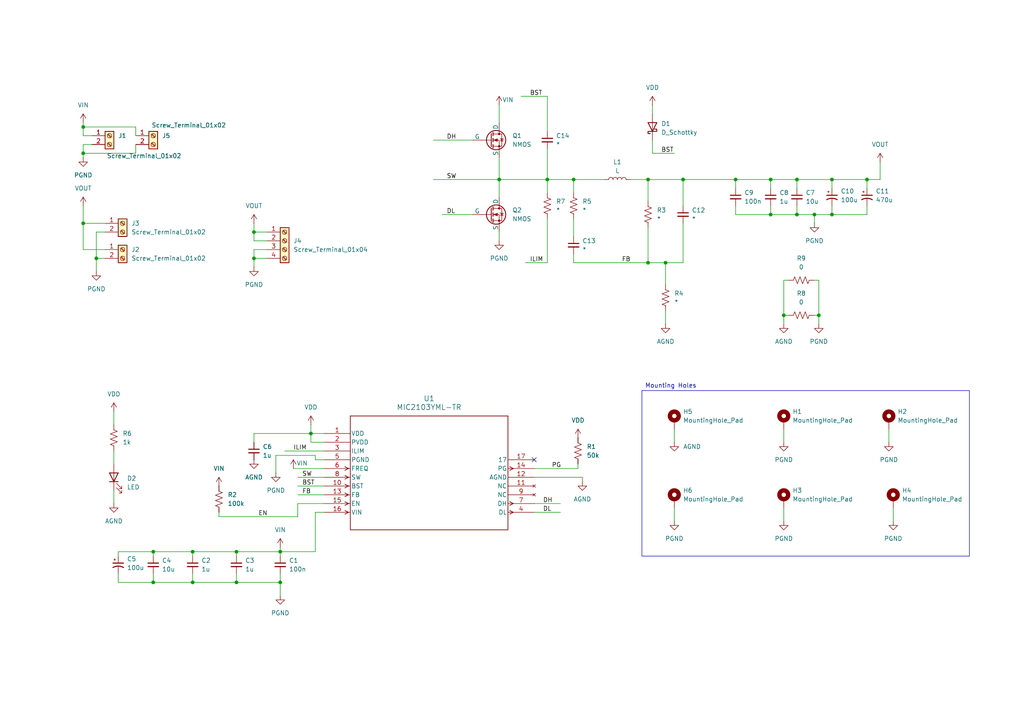
<source format=kicad_sch>
(kicad_sch (version 20250114) (generator "eeschema") (generator_version "9.0")
  (paper "A4")
  (lib_symbols
    (symbol "Connector:Screw_Terminal_01x02" (pin_names (offset 1.016) (hide yes))
      (property "Reference" "J" (at 0 2.54 0))
      (property "Value" "Screw_Terminal_01x02" (at 0 -5.08 0))
      (symbol "Screw_Terminal_01x02_1_1"
        (rectangle (start -1.27 1.27) (end 1.27 -3.81) (stroke (width 0.254)) (fill (type background)))
        (polyline (pts (xy -0.5334 0.3302) (xy 0.3302 -0.508)) (stroke (width 0.1524)))
        (polyline (pts (xy -0.5334 -2.2098) (xy 0.3302 -3.048)) (stroke (width 0.1524)))
        (polyline (pts (xy -0.3556 0.508) (xy 0.508 -0.3302)) (stroke (width 0.1524)))
        (polyline (pts (xy -0.3556 -2.032) (xy 0.508 -2.8702)) (stroke (width 0.1524)))
        (circle (center 0 0) (radius 0.635) (stroke (width 0.1524)))
        (circle (center 0 -2.54) (radius 0.635) (stroke (width 0.1524)))
        (pin passive line (at -5.08 0 0) (length 3.81) (name "Pin_1") (number "1"))
        (pin passive line (at -5.08 -2.54 0) (length 3.81) (name "Pin_2") (number "2"))
      )
    )
    (symbol "Connector:Screw_Terminal_01x04" (pin_names (offset 1.016) (hide yes))
      (property "Reference" "J" (at 0 5.08 0))
      (property "Value" "Screw_Terminal_01x04" (at 0 -7.62 0))
      (symbol "Screw_Terminal_01x04_1_1"
        (rectangle (start -1.27 3.81) (end 1.27 -6.35) (stroke (width 0.254)) (fill (type background)))
        (polyline (pts (xy -0.5334 2.8702) (xy 0.3302 2.032)) (stroke (width 0.1524)))
        (polyline (pts (xy -0.5334 0.3302) (xy 0.3302 -0.508)) (stroke (width 0.1524)))
        (polyline (pts (xy -0.5334 -2.2098) (xy 0.3302 -3.048)) (stroke (width 0.1524)))
        (polyline (pts (xy -0.5334 -4.7498) (xy 0.3302 -5.588)) (stroke (width 0.1524)))
        (polyline (pts (xy -0.3556 3.048) (xy 0.508 2.2098)) (stroke (width 0.1524)))
        (polyline (pts (xy -0.3556 0.508) (xy 0.508 -0.3302)) (stroke (width 0.1524)))
        (polyline (pts (xy -0.3556 -2.032) (xy 0.508 -2.8702)) (stroke (width 0.1524)))
        (polyline (pts (xy -0.3556 -4.572) (xy 0.508 -5.4102)) (stroke (width 0.1524)))
        (circle (center 0 2.54) (radius 0.635) (stroke (width 0.1524)))
        (circle (center 0 0) (radius 0.635) (stroke (width 0.1524)))
        (circle (center 0 -2.54) (radius 0.635) (stroke (width 0.1524)))
        (circle (center 0 -5.08) (radius 0.635) (stroke (width 0.1524)))
        (pin passive line (at -5.08 2.54 0) (length 3.81) (name "Pin_1") (number "1"))
        (pin passive line (at -5.08 0 0) (length 3.81) (name "Pin_2") (number "2"))
        (pin passive line (at -5.08 -2.54 0) (length 3.81) (name "Pin_3") (number "3"))
        (pin passive line (at -5.08 -5.08 0) (length 3.81) (name "Pin_4") (number "4"))
      )
    )
    (symbol "Device:C_Polarized_Small_US" (pin_numbers (hide yes)) (pin_names (offset 0.254) (hide yes))
      (property "Reference" "C" (at 0.254 1.778 0))
      (property "Value" "C_Polarized_Small_US" (at 0.254 -2.032 0))
      (symbol "C_Polarized_Small_US_0_1"
        (polyline (pts (xy -1.524 0.508) (xy 1.524 0.508)) (stroke (width 0.3048)))
        (polyline (pts (xy -1.27 1.524) (xy -0.762 1.524)))
        (polyline (pts (xy -1.016 1.27) (xy -1.016 1.778)))
        (arc (start -1.524 -0.762) (mid 0 -0.3734) (end 1.524 -0.762) (stroke (width 0.3048)))
      )
      (symbol "C_Polarized_Small_US_1_1"
        (pin passive line (at 0 2.54 270) (length 2.032) (name "~") (number "1"))
        (pin passive line (at 0 -2.54 90) (length 2.032) (name "~") (number "2"))
      )
    )
    (symbol "Device:C_Small" (pin_numbers (hide yes)) (pin_names (offset 0.254) (hide yes))
      (property "Reference" "C" (at 0.254 1.778 0))
      (property "Value" "C_Small" (at 0.254 -2.032 0))
      (symbol "C_Small_0_1"
        (polyline (pts (xy -1.524 0.508) (xy 1.524 0.508)) (stroke (width 0.3048)))
        (polyline (pts (xy -1.524 -0.508) (xy 1.524 -0.508)) (stroke (width 0.3302)))
      )
      (symbol "C_Small_1_1"
        (pin passive line (at 0 2.54 270) (length 2.032) (name "~") (number "1"))
        (pin passive line (at 0 -2.54 90) (length 2.032) (name "~") (number "2"))
      )
    )
    (symbol "Device:D_Schottky" (pin_numbers (hide yes)) (pin_names (offset 1.016) (hide yes))
      (property "Reference" "D" (at 0 2.54 0))
      (property "Value" "D_Schottky" (at 0 -2.54 0))
      (symbol "D_Schottky_0_1"
        (polyline (pts (xy -1.905 0.635) (xy -1.905 1.27) (xy -1.27 1.27) (xy -1.27 -1.27) (xy -0.635 -1.27) (xy -0.635 -0.635)) (stroke (width 0.254)))
        (polyline (pts (xy 1.27 1.27) (xy 1.27 -1.27) (xy -1.27 0) (xy 1.27 1.27)) (stroke (width 0.254)))
        (polyline (pts (xy 1.27 0) (xy -1.27 0)))
      )
      (symbol "D_Schottky_1_1"
        (pin passive line (at -3.81 0 0) (length 2.54) (name "K") (number "1"))
        (pin passive line (at 3.81 0 180) (length 2.54) (name "A") (number "2"))
      )
    )
    (symbol "Device:L" (pin_numbers (hide yes)) (pin_names (offset 1.016) (hide yes))
      (property "Reference" "L" (at -1.27 0 90))
      (property "Value" "L" (at 1.905 0 90))
      (symbol "L_0_1"
        (arc (start 0 2.54) (mid 0.6323 1.905) (end 0 1.27))
        (arc (start 0 1.27) (mid 0.6323 0.635) (end 0 0))
        (arc (start 0 0) (mid 0.6323 -0.635) (end 0 -1.27))
        (arc (start 0 -1.27) (mid 0.6323 -1.905) (end 0 -2.54))
      )
      (symbol "L_1_1"
        (pin passive line (at 0 3.81 270) (length 1.27) (name "1") (number "1"))
        (pin passive line (at 0 -3.81 90) (length 1.27) (name "2") (number "2"))
      )
    )
    (symbol "Device:LED" (pin_numbers (hide yes)) (pin_names (offset 1.016) (hide yes))
      (property "Reference" "D" (at 0 2.54 0))
      (property "Value" "LED" (at 0 -2.54 0))
      (symbol "LED_0_1"
        (polyline (pts (xy -3.048 -0.762) (xy -4.572 -2.286) (xy -3.81 -2.286) (xy -4.572 -2.286) (xy -4.572 -1.524)))
        (polyline (pts (xy -1.778 -0.762) (xy -3.302 -2.286) (xy -2.54 -2.286) (xy -3.302 -2.286) (xy -3.302 -1.524)))
        (polyline (pts (xy -1.27 0) (xy 1.27 0)))
        (polyline (pts (xy -1.27 -1.27) (xy -1.27 1.27)) (stroke (width 0.254)))
        (polyline (pts (xy 1.27 -1.27) (xy 1.27 1.27) (xy -1.27 0) (xy 1.27 -1.27)) (stroke (width 0.254)))
      )
      (symbol "LED_1_1"
        (pin passive line (at -3.81 0 0) (length 2.54) (name "K") (number "1"))
        (pin passive line (at 3.81 0 180) (length 2.54) (name "A") (number "2"))
      )
    )
    (symbol "Device:R_US" (pin_numbers (hide yes)) (pin_names (offset 0))
      (property "Reference" "R" (at 2.54 0 90))
      (property "Value" "R_US" (at -2.54 0 90))
      (symbol "R_US_0_1"
        (polyline (pts (xy 0 2.286) (xy 0 2.54)))
        (polyline (pts (xy 0 2.286) (xy 1.016 1.905) (xy 0 1.524) (xy -1.016 1.143) (xy 0 0.762)))
        (polyline (pts (xy 0 0.762) (xy 1.016 0.381) (xy 0 0) (xy -1.016 -0.381) (xy 0 -0.762)))
        (polyline (pts (xy 0 -0.762) (xy 1.016 -1.143) (xy 0 -1.524) (xy -1.016 -1.905) (xy 0 -2.286)))
        (polyline (pts (xy 0 -2.286) (xy 0 -2.54)))
      )
      (symbol "R_US_1_1"
        (pin passive line (at 0 3.81 270) (length 1.27) (name "~") (number "1"))
        (pin passive line (at 0 -3.81 90) (length 1.27) (name "~") (number "2"))
      )
    )
    (symbol "MIC2103YML-TR:MIC2103YML-TR" (pin_names (offset 0.254))
      (property "Reference" "U" (at 30.48 10.16 0))
      (property "Value" "MIC2103YML-TR" (at 30.48 7.62 0))
      (symbol "MIC2103YML-TR_0_1"
        (polyline (pts (xy 7.0993 -10.16) (xy 6.0579 -9.6393)) (stroke (width 0.2032)))
        (polyline (pts (xy 7.0993 -10.16) (xy 6.0579 -10.6807)) (stroke (width 0.2032)))
        (polyline (pts (xy 7.0993 -12.7) (xy 6.0579 -12.1793)) (stroke (width 0.2032)))
        (polyline (pts (xy 7.0993 -12.7) (xy 6.0579 -13.2207)) (stroke (width 0.2032)))
        (polyline (pts (xy 7.0993 -15.24) (xy 6.0579 -14.7193)) (stroke (width 0.2032)))
        (polyline (pts (xy 7.0993 -15.24) (xy 6.0579 -15.7607)) (stroke (width 0.2032)))
        (polyline (pts (xy 7.0993 -17.78) (xy 6.0579 -17.2593)) (stroke (width 0.2032)))
        (polyline (pts (xy 7.0993 -17.78) (xy 6.0579 -18.3007)) (stroke (width 0.2032)))
        (polyline (pts (xy 7.0993 -20.32) (xy 6.0579 -19.7993)) (stroke (width 0.2032)))
        (polyline (pts (xy 7.0993 -20.32) (xy 6.0579 -20.8407)) (stroke (width 0.2032)))
        (polyline (pts (xy 7.0993 -22.86) (xy 6.0579 -22.3393)) (stroke (width 0.2032)))
        (polyline (pts (xy 7.0993 -22.86) (xy 6.0579 -23.3807)) (stroke (width 0.2032)))
        (polyline (pts (xy 7.62 5.08) (xy 7.62 -27.94)) (stroke (width 0.2032)))
        (polyline (pts (xy 7.62 -27.94) (xy 53.34 -27.94)) (stroke (width 0.2032)))
        (polyline (pts (xy 53.34 5.08) (xy 7.62 5.08)) (stroke (width 0.2032)))
        (polyline (pts (xy 53.34 -27.94) (xy 53.34 5.08)) (stroke (width 0.2032)))
        (polyline (pts (xy 53.8607 -9.6393) (xy 54.9021 -10.16)) (stroke (width 0.2032)))
        (polyline (pts (xy 53.8607 -10.6807) (xy 54.9021 -10.16)) (stroke (width 0.2032)))
        (polyline (pts (xy 53.8607 -19.7993) (xy 54.9021 -20.32)) (stroke (width 0.2032)))
        (polyline (pts (xy 53.8607 -20.8407) (xy 54.9021 -20.32)) (stroke (width 0.2032)))
        (polyline (pts (xy 53.8607 -22.3393) (xy 54.9021 -22.86)) (stroke (width 0.2032)))
        (polyline (pts (xy 53.8607 -23.3807) (xy 54.9021 -22.86)) (stroke (width 0.2032)))
        (pin power_in line (at 0 0 0) (length 7.62) (name "VDD") (number "1"))
        (pin power_in line (at 0 -2.54 0) (length 7.62) (name "PVDD") (number "2"))
        (pin unspecified line (at 0 -5.08 0) (length 7.62) (name "ILIM") (number "3"))
        (pin power_in line (at 0 -7.62 0) (length 7.62) (name "PGND") (number "5"))
        (pin input line (at 0 -10.16 0) (length 7.62) (name "FREQ") (number "6"))
        (pin input line (at 0 -12.7 0) (length 7.62) (name "SW") (number "8"))
        (pin input line (at 0 -15.24 0) (length 7.62) (name "BST") (number "10"))
        (pin input line (at 0 -17.78 0) (length 7.62) (name "FB") (number "13"))
        (pin input line (at 0 -20.32 0) (length 7.62) (name "EN") (number "15"))
        (pin input line (at 0 -22.86 0) (length 7.62) (name "VIN") (number "16"))
        (pin unspecified line (at 60.96 -7.62 180) (length 7.62) (name "17") (number "17"))
        (pin output line (at 60.96 -10.16 180) (length 7.62) (name "PG") (number "14"))
        (pin power_in line (at 60.96 -12.7 180) (length 7.62) (name "AGND") (number "12"))
        (pin no_connect line (at 60.96 -15.24 180) (length 7.62) (name "NC") (number "11"))
        (pin no_connect line (at 60.96 -17.78 180) (length 7.62) (name "NC") (number "9"))
        (pin output line (at 60.96 -20.32 180) (length 7.62) (name "DH") (number "7"))
        (pin output line (at 60.96 -22.86 180) (length 7.62) (name "DL") (number "4"))
      )
    )
    (symbol "Mechanical:MountingHole_Pad" (pin_numbers (hide yes)) (pin_names (offset 1.016) (hide yes)) (exclude_from_sim yes) (in_bom no)
      (property "Reference" "H" (at 0 6.35 0))
      (property "Value" "MountingHole_Pad" (at 0 4.445 0))
      (symbol "MountingHole_Pad_0_1"
        (circle (center 0 1.27) (radius 1.27) (stroke (width 1.27)))
      )
      (symbol "MountingHole_Pad_1_1"
        (pin input line (at 0 -2.54 90) (length 2.54) (name "1") (number "1"))
      )
    )
    (symbol "NMOS_1" (pin_numbers (hide yes)) (pin_names (offset 0))
      (property "Reference" "Q2" (at 6.35 1.2701 0))
      (property "Value" "NMOS" (at 6.35 -1.2699 0))
      (symbol "NMOS_1_0_1"
        (polyline (pts (xy 0.254 1.905) (xy 0.254 -1.905)) (stroke (width 0.254)))
        (polyline (pts (xy 0.254 0) (xy -2.54 0)))
        (polyline (pts (xy 0.762 2.286) (xy 0.762 1.27)) (stroke (width 0.254)))
        (polyline (pts (xy 0.762 0.508) (xy 0.762 -0.508)) (stroke (width 0.254)))
        (polyline (pts (xy 0.762 -1.27) (xy 0.762 -2.286)) (stroke (width 0.254)))
        (polyline (pts (xy 0.762 -1.778) (xy 3.302 -1.778) (xy 3.302 1.778) (xy 0.762 1.778)))
        (polyline (pts (xy 1.016 0) (xy 2.032 0.381) (xy 2.032 -0.381) (xy 1.016 0)) (fill (type outline)))
        (circle (center 1.651 0) (radius 2.794) (stroke (width 0.254)))
        (polyline (pts (xy 2.54 2.54) (xy 2.54 1.778)))
        (circle (center 2.54 1.778) (radius 0.254) (fill (type outline)))
        (circle (center 2.54 -1.778) (radius 0.254) (fill (type outline)))
        (polyline (pts (xy 2.54 -2.54) (xy 2.54 0) (xy 0.762 0)))
        (polyline (pts (xy 2.794 0.508) (xy 2.921 0.381) (xy 3.683 0.381) (xy 3.81 0.254)))
        (polyline (pts (xy 3.302 0.381) (xy 2.921 -0.254) (xy 3.683 -0.254) (xy 3.302 0.381)))
      )
      (symbol "NMOS_1_1_1"
        (pin input line (at -5.08 0 0) (length 2.54) (name "G") (number "2"))
        (pin passive line (at 2.54 5.08 270) (length 2.54) (name "D") (number "1"))
        (pin passive line (at 2.54 -5.08 90) (length 2.54) (name "S") (number "3"))
      )
    )
    (symbol "Simulation_SPICE:NMOS" (pin_numbers (hide yes)) (pin_names (offset 0))
      (property "Reference" "Q" (at 5.08 1.27 0))
      (property "Value" "NMOS" (at 5.08 -1.27 0))
      (symbol "NMOS_0_1"
        (polyline (pts (xy 0.254 1.905) (xy 0.254 -1.905)) (stroke (width 0.254)))
        (polyline (pts (xy 0.254 0) (xy -2.54 0)))
        (polyline (pts (xy 0.762 2.286) (xy 0.762 1.27)) (stroke (width 0.254)))
        (polyline (pts (xy 0.762 0.508) (xy 0.762 -0.508)) (stroke (width 0.254)))
        (polyline (pts (xy 0.762 -1.27) (xy 0.762 -2.286)) (stroke (width 0.254)))
        (polyline (pts (xy 0.762 -1.778) (xy 3.302 -1.778) (xy 3.302 1.778) (xy 0.762 1.778)))
        (polyline (pts (xy 1.016 0) (xy 2.032 0.381) (xy 2.032 -0.381) (xy 1.016 0)) (fill (type outline)))
        (circle (center 1.651 0) (radius 2.794) (stroke (width 0.254)))
        (polyline (pts (xy 2.54 2.54) (xy 2.54 1.778)))
        (circle (center 2.54 1.778) (radius 0.254) (fill (type outline)))
        (circle (center 2.54 -1.778) (radius 0.254) (fill (type outline)))
        (polyline (pts (xy 2.54 -2.54) (xy 2.54 0) (xy 0.762 0)))
        (polyline (pts (xy 2.794 0.508) (xy 2.921 0.381) (xy 3.683 0.381) (xy 3.81 0.254)))
        (polyline (pts (xy 3.302 0.381) (xy 2.921 -0.254) (xy 3.683 -0.254) (xy 3.302 0.381)))
      )
      (symbol "NMOS_1_1"
        (pin input line (at -5.08 0 0) (length 2.54) (name "G") (number "2"))
        (pin passive line (at 2.54 5.08 270) (length 2.54) (name "D") (number "1"))
        (pin passive line (at 2.54 -5.08 90) (length 2.54) (name "S") (number "3"))
      )
    )
    (symbol "power:GND" (power) (pin_numbers (hide yes)) (pin_names (offset 0) (hide yes))
      (property "Value" "GND" (at 0 -3.81 0))
      (symbol "GND_0_1"
        (polyline (pts (xy 0 0) (xy 0 -1.27) (xy 1.27 -1.27) (xy 0 -2.54) (xy -1.27 -1.27) (xy 0 -1.27)))
      )
      (symbol "GND_1_1"
        (pin power_in line (at 0 0 270) (length 0) (name "~") (number "1"))
      )
    )
    (symbol "power:VCC" (power) (pin_numbers (hide yes)) (pin_names (offset 0) (hide yes))
      (property "Value" "VCC" (at 0 3.556 0))
      (symbol "VCC_0_1"
        (polyline (pts (xy -0.762 1.27) (xy 0 2.54)))
        (polyline (pts (xy 0 2.54) (xy 0.762 1.27)))
        (polyline (pts (xy 0 0) (xy 0 2.54)))
      )
      (symbol "VCC_1_1"
        (pin power_in line (at 0 0 90) (length 0) (name "~") (number "1"))
      )
    )
    (symbol "power:VDD" (power) (pin_numbers (hide yes)) (pin_names (offset 0) (hide yes))
      (property "Value" "VDD" (at 0 3.556 0))
      (symbol "VDD_0_1"
        (polyline (pts (xy -0.762 1.27) (xy 0 2.54)))
        (polyline (pts (xy 0 2.54) (xy 0.762 1.27)))
        (polyline (pts (xy 0 0) (xy 0 2.54)))
      )
      (symbol "VDD_1_1"
        (pin power_in line (at 0 0 90) (length 0) (name "~") (number "1"))
      )
    )
  )
  (rectangle (start 186.182 113.284) (end 281.178 161.29))
  (text "Mounting Holes\n" (at 194.564 112.014 0) (effects (font (size 1.27 1.27))))
  (junction (at 68.58 160.02))
  (junction (at 198.12 52.07))
  (junction (at 81.28 168.91))
  (junction (at 73.66 67.31))
  (junction (at 73.66 74.93))
  (junction (at 231.14 62.23))
  (junction (at 251.46 52.07))
  (junction (at 68.58 168.91))
  (junction (at 223.52 62.23))
  (junction (at 231.14 52.07))
  (junction (at 241.3 62.23))
  (junction (at 187.96 52.07))
  (junction (at 24.13 44.45))
  (junction (at 55.88 160.02))
  (junction (at 27.94 74.93))
  (junction (at 223.52 52.07))
  (junction (at 81.28 160.02))
  (junction (at 193.04 76.2))
  (junction (at 55.88 168.91))
  (junction (at 144.78 52.07))
  (junction (at 236.22 62.23))
  (junction (at 166.37 52.07))
  (junction (at 227.33 91.44))
  (junction (at 187.96 76.2))
  (junction (at 158.75 52.07))
  (junction (at 24.13 36.83))
  (junction (at 90.17 125.73))
  (junction (at 213.36 52.07))
  (junction (at 44.45 168.91))
  (junction (at 237.49 91.44))
  (junction (at 241.3 52.07))
  (junction (at 24.13 64.77))
  (junction (at 44.45 160.02))
  (no_connect (at 154.94 133.35))
  (wire (pts (xy 63.5 149.86) (xy 86.36 149.86)))
  (wire (pts (xy 128.27 62.23) (xy 137.16 62.23)))
  (wire (pts (xy 33.02 142.24) (xy 33.02 146.05)))
  (wire (pts (xy 33.02 119.38) (xy 33.02 123.19)))
  (wire (pts (xy 227.33 93.98) (xy 227.33 91.44)))
  (wire (pts (xy 86.36 138.43) (xy 93.98 138.43)))
  (wire (pts (xy 144.78 52.07) (xy 158.75 52.07)))
  (wire (pts (xy 144.78 30.48) (xy 144.78 35.56)))
  (wire (pts (xy 77.47 72.39) (xy 73.66 72.39)))
  (wire (pts (xy 223.52 62.23) (xy 231.14 62.23)))
  (wire (pts (xy 91.44 132.08) (xy 80.01 132.08)))
  (wire (pts (xy 73.66 125.73) (xy 90.17 125.73)))
  (wire (pts (xy 198.12 64.77) (xy 198.12 76.2)))
  (wire (pts (xy 182.88 52.07) (xy 187.96 52.07)))
  (wire (pts (xy 166.37 52.07) (xy 166.37 55.88)))
  (wire (pts (xy 168.91 139.7) (xy 168.91 138.43)))
  (wire (pts (xy 91.44 133.35) (xy 91.44 132.08)))
  (wire (pts (xy 77.47 69.85) (xy 73.66 69.85)))
  (wire (pts (xy 195.58 147.32) (xy 195.58 151.13)))
  (wire (pts (xy 91.44 148.59) (xy 91.44 160.02)))
  (wire (pts (xy 166.37 76.2) (xy 187.96 76.2)))
  (wire (pts (xy 24.13 59.69) (xy 24.13 64.77)))
  (wire (pts (xy 85.09 135.89) (xy 93.98 135.89)))
  (wire (pts (xy 39.37 41.91) (xy 39.37 44.45)))
  (wire (pts (xy 24.13 45.72) (xy 24.13 44.45)))
  (wire (pts (xy 189.23 40.64) (xy 189.23 44.45)))
  (wire (pts (xy 90.17 128.27) (xy 90.17 125.73)))
  (wire (pts (xy 193.04 90.17) (xy 193.04 93.98)))
  (wire (pts (xy 166.37 63.5) (xy 166.37 68.58)))
  (wire (pts (xy 44.45 160.02) (xy 44.45 161.29)))
  (wire (pts (xy 24.13 72.39) (xy 30.48 72.39)))
  (wire (pts (xy 125.73 52.07) (xy 144.78 52.07)))
  (wire (pts (xy 158.75 52.07) (xy 158.75 55.88)))
  (wire (pts (xy 91.44 133.35) (xy 93.98 133.35)))
  (wire (pts (xy 187.96 76.2) (xy 187.96 66.04)))
  (wire (pts (xy 158.75 52.07) (xy 166.37 52.07)))
  (wire (pts (xy 80.01 132.08) (xy 80.01 137.16)))
  (wire (pts (xy 90.17 123.19) (xy 90.17 125.73)))
  (wire (pts (xy 86.36 140.97) (xy 93.98 140.97)))
  (wire (pts (xy 24.13 35.56) (xy 24.13 36.83)))
  (wire (pts (xy 237.49 91.44) (xy 237.49 93.98)))
  (wire (pts (xy 73.66 74.93) (xy 73.66 77.47)))
  (wire (pts (xy 27.94 74.93) (xy 30.48 74.93)))
  (wire (pts (xy 213.36 62.23) (xy 223.52 62.23)))
  (wire (pts (xy 81.28 168.91) (xy 81.28 172.72)))
  (wire (pts (xy 236.22 81.28) (xy 237.49 81.28)))
  (wire (pts (xy 189.23 30.48) (xy 189.23 33.02)))
  (wire (pts (xy 158.75 63.5) (xy 158.75 76.2)))
  (wire (pts (xy 158.75 27.94) (xy 158.75 38.1)))
  (wire (pts (xy 55.88 160.02) (xy 55.88 161.29)))
  (wire (pts (xy 73.66 74.93) (xy 77.47 74.93)))
  (wire (pts (xy 91.44 160.02) (xy 81.28 160.02)))
  (wire (pts (xy 144.78 67.31) (xy 144.78 69.85)))
  (wire (pts (xy 223.52 52.07) (xy 231.14 52.07)))
  (wire (pts (xy 187.96 52.07) (xy 187.96 58.42)))
  (wire (pts (xy 166.37 73.66) (xy 166.37 76.2)))
  (wire (pts (xy 241.3 62.23) (xy 251.46 62.23)))
  (wire (pts (xy 158.75 43.18) (xy 158.75 52.07)))
  (wire (pts (xy 236.22 62.23) (xy 241.3 62.23)))
  (wire (pts (xy 24.13 41.91) (xy 26.67 41.91)))
  (wire (pts (xy 81.28 158.75) (xy 81.28 160.02)))
  (wire (pts (xy 144.78 45.72) (xy 144.78 52.07)))
  (wire (pts (xy 73.66 69.85) (xy 73.66 67.31)))
  (wire (pts (xy 237.49 81.28) (xy 237.49 91.44)))
  (wire (pts (xy 195.58 124.46) (xy 195.58 128.27)))
  (wire (pts (xy 81.28 160.02) (xy 68.58 160.02)))
  (wire (pts (xy 236.22 62.23) (xy 236.22 64.77)))
  (wire (pts (xy 73.66 67.31) (xy 77.47 67.31)))
  (wire (pts (xy 193.04 76.2) (xy 187.96 76.2)))
  (wire (pts (xy 39.37 44.45) (xy 24.13 44.45)))
  (wire (pts (xy 55.88 160.02) (xy 44.45 160.02)))
  (wire (pts (xy 91.44 148.59) (xy 93.98 148.59)))
  (wire (pts (xy 213.36 52.07) (xy 223.52 52.07)))
  (wire (pts (xy 39.37 39.37) (xy 39.37 36.83)))
  (wire (pts (xy 24.13 44.45) (xy 24.13 41.91)))
  (wire (pts (xy 193.04 76.2) (xy 193.04 82.55)))
  (wire (pts (xy 24.13 64.77) (xy 24.13 72.39)))
  (wire (pts (xy 27.94 67.31) (xy 27.94 74.93)))
  (wire (pts (xy 34.29 168.91) (xy 44.45 168.91)))
  (wire (pts (xy 241.3 54.61) (xy 241.3 52.07)))
  (wire (pts (xy 68.58 160.02) (xy 68.58 161.29)))
  (wire (pts (xy 259.08 147.32) (xy 259.08 151.13)))
  (wire (pts (xy 223.52 54.61) (xy 223.52 52.07)))
  (wire (pts (xy 231.14 52.07) (xy 241.3 52.07)))
  (wire (pts (xy 93.98 146.05) (xy 86.36 146.05)))
  (wire (pts (xy 73.66 64.77) (xy 73.66 67.31)))
  (wire (pts (xy 44.45 160.02) (xy 34.29 160.02)))
  (wire (pts (xy 198.12 76.2) (xy 193.04 76.2)))
  (wire (pts (xy 213.36 62.23) (xy 213.36 59.69)))
  (wire (pts (xy 198.12 52.07) (xy 198.12 59.69)))
  (wire (pts (xy 24.13 36.83) (xy 39.37 36.83)))
  (wire (pts (xy 44.45 168.91) (xy 55.88 168.91)))
  (wire (pts (xy 257.81 124.46) (xy 257.81 128.27)))
  (wire (pts (xy 251.46 54.61) (xy 251.46 52.07)))
  (wire (pts (xy 33.02 130.81) (xy 33.02 134.62)))
  (wire (pts (xy 231.14 54.61) (xy 231.14 52.07)))
  (wire (pts (xy 227.33 81.28) (xy 228.6 81.28)))
  (wire (pts (xy 251.46 62.23) (xy 251.46 59.69)))
  (wire (pts (xy 27.94 78.74) (xy 27.94 74.93)))
  (wire (pts (xy 168.91 138.43) (xy 154.94 138.43)))
  (wire (pts (xy 55.88 168.91) (xy 68.58 168.91)))
  (wire (pts (xy 34.29 166.37) (xy 34.29 168.91)))
  (wire (pts (xy 227.33 91.44) (xy 227.33 81.28)))
  (wire (pts (xy 152.4 76.2) (xy 158.75 76.2)))
  (wire (pts (xy 24.13 36.83) (xy 24.13 39.37)))
  (wire (pts (xy 167.64 135.89) (xy 167.64 134.62)))
  (wire (pts (xy 68.58 168.91) (xy 81.28 168.91)))
  (wire (pts (xy 81.28 168.91) (xy 81.28 166.37)))
  (wire (pts (xy 86.36 143.51) (xy 93.98 143.51)))
  (wire (pts (xy 241.3 52.07) (xy 251.46 52.07)))
  (wire (pts (xy 68.58 166.37) (xy 68.58 168.91)))
  (wire (pts (xy 189.23 44.45) (xy 195.58 44.45)))
  (wire (pts (xy 241.3 62.23) (xy 241.3 59.69)))
  (wire (pts (xy 93.98 128.27) (xy 90.17 128.27)))
  (wire (pts (xy 68.58 160.02) (xy 55.88 160.02)))
  (wire (pts (xy 82.55 130.81) (xy 93.98 130.81)))
  (wire (pts (xy 227.33 147.32) (xy 227.33 151.13)))
  (wire (pts (xy 24.13 64.77) (xy 30.48 64.77)))
  (wire (pts (xy 187.96 52.07) (xy 198.12 52.07)))
  (wire (pts (xy 137.16 40.64) (xy 125.73 40.64)))
  (wire (pts (xy 81.28 160.02) (xy 81.28 161.29)))
  (wire (pts (xy 166.37 52.07) (xy 175.26 52.07)))
  (wire (pts (xy 236.22 91.44) (xy 237.49 91.44)))
  (wire (pts (xy 251.46 52.07) (xy 255.27 52.07)))
  (wire (pts (xy 198.12 52.07) (xy 213.36 52.07)))
  (wire (pts (xy 213.36 54.61) (xy 213.36 52.07)))
  (wire (pts (xy 227.33 91.44) (xy 228.6 91.44)))
  (wire (pts (xy 255.27 46.99) (xy 255.27 52.07)))
  (wire (pts (xy 90.17 125.73) (xy 93.98 125.73)))
  (wire (pts (xy 231.14 62.23) (xy 231.14 59.69)))
  (wire (pts (xy 73.66 72.39) (xy 73.66 74.93)))
  (wire (pts (xy 55.88 166.37) (xy 55.88 168.91)))
  (wire (pts (xy 154.94 146.05) (xy 162.56 146.05)))
  (wire (pts (xy 223.52 62.23) (xy 223.52 59.69)))
  (wire (pts (xy 144.78 52.07) (xy 144.78 57.15)))
  (wire (pts (xy 73.66 128.27) (xy 73.66 125.73)))
  (wire (pts (xy 26.67 39.37) (xy 24.13 39.37)))
  (wire (pts (xy 86.36 146.05) (xy 86.36 149.86)))
  (wire (pts (xy 44.45 166.37) (xy 44.45 168.91)))
  (wire (pts (xy 63.5 149.86) (xy 63.5 148.59)))
  (wire (pts (xy 151.13 27.94) (xy 158.75 27.94)))
  (wire (pts (xy 154.94 135.89) (xy 167.64 135.89)))
  (wire (pts (xy 154.94 148.59) (xy 162.56 148.59)))
  (wire (pts (xy 34.29 160.02) (xy 34.29 161.29)))
  (wire (pts (xy 30.48 67.31) (xy 27.94 67.31)))
  (wire (pts (xy 227.33 124.46) (xy 227.33 128.27)))
  (wire (pts (xy 231.14 62.23) (xy 236.22 62.23)))
  (label "EN" (at 74.93 149.86 0))
  (label "DL" (at 129.54 62.23 0))
  (label "ILIM" (at 85.09 130.81 0))
  (label "ILIM" (at 153.67 76.2 0))
  (label "BST" (at 153.67 27.94 0))
  (label "FB" (at 87.63 143.51 0))
  (label "DH" (at 157.48 146.05 0))
  (label "BST" (at 87.63 140.97 0))
  (label "FB" (at 180.34 76.2 0))
  (label "SW" (at 129.54 52.07 0))
  (label "PG" (at 160.02 135.89 0))
  (label "SW" (at 87.63 138.43 0))
  (label "BST" (at 191.77 44.45 0))
  (label "DL" (at 157.48 148.59 0))
  (label "DH" (at 129.54 40.64 0))
  (symbol (lib_id "power:GND") (at 257.81 128.27 0) (unit 1)
    (property "Reference" "#PWR033" (effects (hide yes)))
    (property "Value" "PGND" (at 257.81 133.35 0))
    (property "Description" "Power symbol creates a global label with name \"GND\" , ground" (effects (hide yes)))
  )
  (symbol (lib_id "Device:R_US") (at 167.64 130.81 0) (unit 1)
    (property "Reference" "R1" (at 170.18 129.5399 0) (effects (justify left)))
    (property "Value" "50k" (at 170.18 132.0799 0) (effects (justify left)))
    (property "Footprint" "Resistor_SMD:R_0603_1608Metric_Pad0.98x0.95mm_HandSolder" (effects (hide yes)))
    (property "Description" "Resistor, US symbol" (effects (hide yes)))
  )
  (symbol (lib_id "power:GND") (at 227.33 93.98 0) (unit 1)
    (property "Reference" "#PWR035" (effects (hide yes)))
    (property "Value" "AGND" (at 227.33 99.06 0))
    (property "Description" "Power symbol creates a global label with name \"GND\" , ground" (effects (hide yes)))
  )
  (symbol (lib_id "power:GND") (at 144.78 69.85 0) (unit 1)
    (property "Reference" "#PWR020" (effects (hide yes)))
    (property "Value" "PGND" (at 144.78 74.93 0))
    (property "Description" "Power symbol creates a global label with name \"GND\" , ground" (effects (hide yes)))
  )
  (symbol (lib_id "Device:C_Small") (at 158.75 40.64 0) (unit 1)
    (property "Reference" "C14" (at 161.29 39.3762 0) (effects (justify left)))
    (property "Value" "*" (at 161.29 41.9162 0) (effects (justify left)))
    (property "Footprint" "Capacitor_SMD:C_0603_1608Metric_Pad1.08x0.95mm_HandSolder" (effects (hide yes)))
    (property "Description" "Unpolarized capacitor, small symbol" (effects (hide yes)))
  )
  (symbol (lib_id "Connector:Screw_Terminal_01x04") (at 82.55 69.85 0) (unit 1)
    (property "Reference" "J4" (at 85.09 69.8499 0) (effects (justify left)))
    (property "Value" "Screw_Terminal_01x04" (at 85.09 72.3899 0) (effects (justify left)))
    (property "Footprint" "TerminalBlock:TerminalBlock_MaiXu_MX126-5.0-04P_1x04_P5.00mm" (effects (hide yes)))
    (property "Description" "Generic screw terminal, single row, 01x04, script generated (kicad-library-utils/schlib/autogen/connector/)" (effects (hide yes)))
  )
  (symbol (lib_id "Device:C_Small") (at 81.28 163.83 0) (unit 1)
    (property "Reference" "C1" (at 83.82 162.5662 0) (effects (justify left)))
    (property "Value" "100n" (at 83.82 165.1062 0) (effects (justify left)))
    (property "Footprint" "Capacitor_SMD:C_0603_1608Metric_Pad1.08x0.95mm_HandSolder" (effects (hide yes)))
    (property "Description" "Unpolarized capacitor, small symbol" (effects (hide yes)))
  )
  (symbol (lib_id "Device:C_Small") (at 55.88 163.83 0) (unit 1)
    (property "Reference" "C2" (at 58.42 162.5662 0) (effects (justify left)))
    (property "Value" "1u" (at 58.42 165.1062 0) (effects (justify left)))
    (property "Footprint" "Capacitor_SMD:C_0603_1608Metric_Pad1.08x0.95mm_HandSolder" (effects (hide yes)))
    (property "Description" "Unpolarized capacitor, small symbol" (effects (hide yes)))
  )
  (symbol (lib_id "power:GND") (at 227.33 128.27 0) (unit 1)
    (property "Reference" "#PWR028" (effects (hide yes)))
    (property "Value" "PGND" (at 227.33 133.35 0))
    (property "Description" "Power symbol creates a global label with name \"GND\" , ground" (effects (hide yes)))
  )
  (symbol (lib_id "power:GND") (at 73.66 133.35 0) (unit 1)
    (property "Reference" "#PWR011" (effects (hide yes)))
    (property "Value" "AGND" (at 73.66 138.43 0))
    (property "Description" "Power symbol creates a global label with name \"GND\" , ground" (effects (hide yes)))
  )
  (symbol (lib_id "Connector:Screw_Terminal_01x02") (at 35.56 64.77 0) (unit 1)
    (property "Reference" "J3" (at 38.1 64.7699 0) (effects (justify left)))
    (property "Value" "Screw_Terminal_01x02" (at 38.1 67.3099 0) (effects (justify left)))
    (property "Footprint" "TerminalBlock_MetzConnect:TerminalBlock_MetzConnect_Type701_RT11L02HGLU_1x02_P6.35mm_Horizontal" (effects (hide yes)))
    (property "Description" "Generic screw terminal, single row, 01x02, script generated (kicad-library-utils/schlib/autogen/connector/)" (effects (hide yes)))
  )
  (symbol (lib_id "Device:D_Schottky") (at 189.23 36.83 90) (unit 1)
    (property "Reference" "D1" (at 191.77 35.8774 90) (effects (justify right)))
    (property "Value" "D_Schottky" (at 191.77 38.4174 90) (effects (justify right)))
    (property "Footprint" "Diode_SMD:D_SOD-323F" (effects (hide yes)))
    (property "Description" "Schottky diode" (effects (hide yes)))
  )
  (symbol (lib_id "Device:C_Small") (at 231.14 57.15 0) (unit 1)
    (property "Reference" "C7" (at 233.68 55.8862 0) (effects (justify left)))
    (property "Value" "10u" (at 233.68 58.4262 0) (effects (justify left)))
    (property "Footprint" "Capacitor_SMD:C_0603_1608Metric_Pad1.08x0.95mm_HandSolder" (effects (hide yes)))
    (property "Description" "Unpolarized capacitor, small symbol" (effects (hide yes)))
  )
  (symbol (lib_id "Device:LED") (at 33.02 138.43 90) (unit 1)
    (property "Reference" "D2" (at 36.83 138.7474 90) (effects (justify right)))
    (property "Value" "LED" (at 36.83 141.2874 90) (effects (justify right)))
    (property "Footprint" "LED_SMD:LED_0603_1608Metric_Pad1.05x0.95mm_HandSolder" (effects (hide yes)))
    (property "Description" "Light emitting diode" (effects (hide yes)))
    (property "Sim.Pins" "1=K 2=A" (effects (hide yes)))
  )
  (symbol (lib_id "Device:C_Polarized_Small_US") (at 241.3 57.15 0) (unit 1)
    (property "Reference" "C10" (at 243.84 55.4481 0) (effects (justify left)))
    (property "Value" "100u" (at 243.84 57.9881 0) (effects (justify left)))
    (property "Footprint" "Capacitor_THT:CP_Radial_D8.0mm_P3.80mm" (effects (hide yes)))
    (property "Description" "Polarized capacitor, small US symbol" (effects (hide yes)))
  )
  (symbol (lib_id "power:VDD") (at 63.5 140.97 0) (unit 1)
    (property "Reference" "#PWR013" (effects (hide yes)))
    (property "Value" "VIN" (at 63.5 135.89 0))
    (property "Description" "Power symbol creates a global label with name \"VDD\"" (effects (hide yes)))
  )
  (symbol (lib_id "power:GND") (at 236.22 64.77 0) (unit 1)
    (property "Reference" "#PWR016" (effects (hide yes)))
    (property "Value" "PGND" (at 236.22 69.85 0))
    (property "Description" "Power symbol creates a global label with name \"GND\" , ground" (effects (hide yes)))
  )
  (symbol (lib_id "Device:R_US") (at 166.37 59.69 0) (unit 1)
    (property "Reference" "R5" (at 168.91 58.4199 0) (effects (justify left)))
    (property "Value" "*" (at 168.91 60.9599 0) (effects (justify left)))
    (property "Footprint" "Resistor_SMD:R_0603_1608Metric_Pad0.98x0.95mm_HandSolder" (effects (hide yes)))
    (property "Description" "Resistor, US symbol" (effects (hide yes)))
  )
  (symbol (lib_id "Connector:Screw_Terminal_01x02") (at 35.56 72.39 0) (unit 1)
    (property "Reference" "J2" (at 38.1 72.3899 0) (effects (justify left)))
    (property "Value" "Screw_Terminal_01x02" (at 38.1 74.9299 0) (effects (justify left)))
    (property "Footprint" "TerminalBlock_MetzConnect:TerminalBlock_MetzConnect_Type701_RT11L02HGLU_1x02_P6.35mm_Horizontal" (effects (hide yes)))
    (property "Description" "Generic screw terminal, single row, 01x02, script generated (kicad-library-utils/schlib/autogen/connector/)" (effects (hide yes)))
  )
  (symbol (lib_id "Device:R_US") (at 232.41 81.28 90) (unit 1)
    (property "Reference" "R9" (at 232.41 74.93 90))
    (property "Value" "0" (at 232.41 77.47 90))
    (property "Footprint" "Resistor_SMD:R_1206_3216Metric_Pad1.30x1.75mm_HandSolder" (effects (hide yes)))
    (property "Description" "Resistor, US symbol" (effects (hide yes)))
  )
  (symbol (lib_id "Device:C_Polarized_Small_US") (at 251.46 57.15 0) (unit 1)
    (property "Reference" "C11" (at 254 55.4481 0) (effects (justify left)))
    (property "Value" "470u" (at 254 57.9881 0) (effects (justify left)))
    (property "Footprint" "Capacitor_THT:CP_Radial_D10.0mm_P5.00mm" (effects (hide yes)))
    (property "Description" "Polarized capacitor, small US symbol" (effects (hide yes)))
  )
  (symbol (lib_id "Device:R_US") (at 187.96 62.23 0) (unit 1)
    (property "Reference" "R3" (at 190.5 60.9599 0) (effects (justify left)))
    (property "Value" "*" (at 190.5 63.4999 0) (effects (justify left)))
    (property "Footprint" "Resistor_SMD:R_0603_1608Metric_Pad0.98x0.95mm_HandSolder" (effects (hide yes)))
    (property "Description" "Resistor, US symbol" (effects (hide yes)))
  )
  (symbol (lib_id "Device:C_Small") (at 44.45 163.83 0) (unit 1)
    (property "Reference" "C4" (at 46.99 162.5662 0) (effects (justify left)))
    (property "Value" "10u" (at 46.99 165.1062 0) (effects (justify left)))
    (property "Footprint" "Capacitor_SMD:C_0603_1608Metric_Pad1.08x0.95mm_HandSolder" (effects (hide yes)))
    (property "Description" "Unpolarized capacitor, small symbol" (effects (hide yes)))
  )
  (symbol (lib_id "Device:C_Small") (at 166.37 71.12 0) (unit 1)
    (property "Reference" "C13" (at 168.91 69.8562 0) (effects (justify left)))
    (property "Value" "*" (at 168.91 72.3962 0) (effects (justify left)))
    (property "Footprint" "Capacitor_SMD:C_0603_1608Metric_Pad1.08x0.95mm_HandSolder" (effects (hide yes)))
    (property "Description" "Unpolarized capacitor, small symbol" (effects (hide yes)))
  )
  (symbol (lib_id "power:VDD") (at 167.64 127 0) (unit 1)
    (property "Reference" "#PWR012" (effects (hide yes)))
    (property "Value" "VDD" (at 167.64 121.92 0))
    (property "Description" "Power symbol creates a global label with name \"VDD\"" (effects (hide yes)))
  )
  (symbol (lib_id "power:GND") (at 237.49 93.98 0) (unit 1)
    (property "Reference" "#PWR034" (effects (hide yes)))
    (property "Value" "PGND" (at 237.49 99.06 0))
    (property "Description" "Power symbol creates a global label with name \"GND\" , ground" (effects (hide yes)))
  )
  (symbol (lib_id "Mechanical:MountingHole_Pad") (at 227.33 144.78 0) (unit 1) (exclude_from_sim yes) (in_bom no)
    (property "Reference" "H3" (at 229.87 142.2399 0) (effects (justify left)))
    (property "Value" "MountingHole_Pad" (at 229.87 144.7799 0) (effects (justify left)))
    (property "Footprint" "MountingHole:MountingHole_3.2mm_M3_Pad" (effects (hide yes)))
    (property "Description" "Mounting Hole with connection" (effects (hide yes)))
  )
  (symbol (lib_id "Mechanical:MountingHole_Pad") (at 227.33 121.92 0) (unit 1) (exclude_from_sim yes) (in_bom no)
    (property "Reference" "H1" (at 229.87 119.3799 0) (effects (justify left)))
    (property "Value" "MountingHole_Pad" (at 229.87 121.9199 0) (effects (justify left)))
    (property "Footprint" "MountingHole:MountingHole_3.2mm_M3_Pad" (effects (hide yes)))
    (property "Description" "Mounting Hole with connection" (effects (hide yes)))
  )
  (symbol (lib_id "Device:C_Polarized_Small_US") (at 34.29 163.83 0) (unit 1)
    (property "Reference" "C5" (at 36.83 162.1281 0) (effects (justify left)))
    (property "Value" "100u" (at 36.83 164.6681 0) (effects (justify left)))
    (property "Footprint" "Capacitor_THT:CP_Radial_D8.0mm_P3.80mm" (effects (hide yes)))
    (property "Description" "Polarized capacitor, small US symbol" (effects (hide yes)))
  )
  (symbol (lib_id "power:GND") (at 80.01 137.16 0) (unit 1)
    (property "Reference" "#PWR09" (effects (hide yes)))
    (property "Value" "PGND" (at 80.01 142.24 0))
    (property "Description" "Power symbol creates a global label with name \"GND\" , ground" (effects (hide yes)))
  )
  (symbol (lib_id "power:GND") (at 24.13 45.72 0) (unit 1)
    (property "Reference" "#PWR023" (effects (hide yes)))
    (property "Value" "PGND" (at 24.13 50.8 0))
    (property "Description" "Power symbol creates a global label with name \"GND\" , ground" (effects (hide yes)))
  )
  (symbol (lib_id "Mechanical:MountingHole_Pad") (at 259.08 144.78 0) (unit 1) (exclude_from_sim yes) (in_bom no)
    (property "Reference" "H4" (at 261.62 142.2399 0) (effects (justify left)))
    (property "Value" "MountingHole_Pad" (at 261.62 144.7799 0) (effects (justify left)))
    (property "Footprint" "MountingHole:MountingHole_3.2mm_M3_Pad" (effects (hide yes)))
    (property "Description" "Mounting Hole with connection" (effects (hide yes)))
  )
  (symbol (lib_id "Device:C_Small") (at 73.66 130.81 0) (unit 1)
    (property "Reference" "C6" (at 76.2 129.5462 0) (effects (justify left)))
    (property "Value" "1u" (at 76.2 132.0862 0) (effects (justify left)))
    (property "Footprint" "Capacitor_SMD:C_0603_1608Metric_Pad1.08x0.95mm_HandSolder" (effects (hide yes)))
    (property "Description" "Unpolarized capacitor, small symbol" (effects (hide yes)))
  )
  (symbol (lib_id "power:GND") (at 227.33 151.13 0) (unit 1)
    (property "Reference" "#PWR031" (effects (hide yes)))
    (property "Value" "PGND" (at 227.33 156.21 0))
    (property "Description" "Power symbol creates a global label with name \"GND\" , ground" (effects (hide yes)))
  )
  (symbol (lib_id "power:VDD") (at 144.78 30.48 0) (unit 1)
    (property "Reference" "#PWR019" (effects (hide yes)))
    (property "Value" "VIN" (at 147.32 28.956 0))
    (property "Description" "Power symbol creates a global label with name \"VDD\"" (effects (hide yes)))
  )
  (symbol (lib_id "power:VCC") (at 81.28 158.75 0) (unit 1)
    (property "Reference" "#PWR07" (effects (hide yes)))
    (property "Value" "VIN" (at 81.28 153.67 0))
    (property "Description" "Power symbol creates a global label with name \"VCC\"" (effects (hide yes)))
  )
  (symbol (lib_id "Device:C_Small") (at 223.52 57.15 0) (unit 1)
    (property "Reference" "C8" (at 226.06 55.8862 0) (effects (justify left)))
    (property "Value" "1u" (at 226.06 58.4262 0) (effects (justify left)))
    (property "Footprint" "Capacitor_SMD:C_0603_1608Metric_Pad1.08x0.95mm_HandSolder" (effects (hide yes)))
    (property "Description" "Unpolarized capacitor, small symbol" (effects (hide yes)))
  )
  (symbol (lib_id "power:GND") (at 81.28 172.72 0) (unit 1)
    (property "Reference" "#PWR027" (effects (hide yes)))
    (property "Value" "PGND" (at 81.28 177.8 0))
    (property "Description" "Power symbol creates a global label with name \"GND\" , ground" (effects (hide yes)))
  )
  (symbol (lib_id "power:VDD") (at 255.27 46.99 0) (unit 1)
    (property "Reference" "#PWR015" (effects (hide yes)))
    (property "Value" "VOUT" (at 255.27 41.91 0))
    (property "Description" "Power symbol creates a global label with name \"VDD\"" (effects (hide yes)))
  )
  (symbol (lib_id "power:VDD") (at 85.09 135.89 0) (unit 1)
    (property "Reference" "#PWR018" (effects (hide yes)))
    (property "Value" "VIN" (at 87.63 134.366 0))
    (property "Description" "Power symbol creates a global label with name \"VDD\"" (effects (hide yes)))
  )
  (symbol (lib_id "power:GND") (at 168.91 139.7 0) (unit 1)
    (property "Reference" "#PWR08" (effects (hide yes)))
    (property "Value" "AGND" (at 168.91 144.78 0))
    (property "Description" "Power symbol creates a global label with name \"GND\" , ground" (effects (hide yes)))
  )
  (symbol (lib_id "power:VDD") (at 33.02 119.38 0) (unit 1)
    (property "Reference" "#PWR021" (effects (hide yes)))
    (property "Value" "VDD" (at 33.02 114.3 0))
    (property "Description" "Power symbol creates a global label with name \"VDD\"" (effects (hide yes)))
  )
  (symbol (lib_id "Connector:Screw_Terminal_01x02") (at 44.45 39.37 0) (unit 1)
    (property "Reference" "J5" (at 46.99 39.3699 0) (effects (justify left)))
    (property "Value" "Screw_Terminal_01x02" (at 43.942 36.322 0) (effects (justify left)))
    (property "Footprint" "TerminalBlock_MetzConnect:TerminalBlock_MetzConnect_Type094_RT03502HBLU_1x02_P5.00mm_Horizontal" (effects (hide yes)))
    (property "Description" "Generic screw terminal, single row, 01x02, script generated (kicad-library-utils/schlib/autogen/connector/)" (effects (hide yes)))
  )
  (symbol (lib_id "power:VDD") (at 189.23 30.48 0) (unit 1)
    (property "Reference" "#PWR014" (effects (hide yes)))
    (property "Value" "VDD" (at 189.23 25.4 0))
    (property "Description" "Power symbol creates a global label with name \"VDD\"" (effects (hide yes)))
  )
  (symbol (lib_id "power:GND") (at 193.04 93.98 0) (unit 1)
    (property "Reference" "#PWR017" (effects (hide yes)))
    (property "Value" "AGND" (at 193.04 99.06 0))
    (property "Description" "Power symbol creates a global label with name \"GND\" , ground" (effects (hide yes)))
  )
  (symbol (lib_id "Device:R_US") (at 232.41 91.44 90) (unit 1)
    (property "Reference" "R8" (at 232.41 85.09 90))
    (property "Value" "0" (at 232.41 87.63 90))
    (property "Footprint" "Resistor_SMD:R_1206_3216Metric_Pad1.30x1.75mm_HandSolder" (effects (hide yes)))
    (property "Description" "Resistor, US symbol" (effects (hide yes)))
  )
  (symbol (lib_id "power:VDD") (at 90.17 123.19 0) (unit 1)
    (property "Reference" "#PWR010" (effects (hide yes)))
    (property "Value" "VDD" (at 90.17 118.11 0))
    (property "Description" "Power symbol creates a global label with name \"VDD\"" (effects (hide yes)))
  )
  (symbol (lib_id "power:VCC") (at 24.13 35.56 0) (unit 1)
    (property "Reference" "#PWR03" (effects (hide yes)))
    (property "Value" "VIN" (at 24.13 30.48 0))
    (property "Description" "Power symbol creates a global label with name \"VCC\"" (effects (hide yes)))
  )
  (symbol (lib_id "MIC2103YML-TR:MIC2103YML-TR") (at 93.98 125.73 0) (unit 1)
    (property "Reference" "U1" (at 124.46 115.57 0) (effects (font (size 1.524 1.524))))
    (property "Value" "MIC2103YML-TR" (at 124.46 118.11 0) (effects (font (size 1.524 1.524))))
    (property "Footprint" "12V_Buck_Footprints:MLF-16_ML_4X4_MCH" (effects (hide yes)))
    (property "Datasheet" "MIC2103YML-TR" (effects (hide yes)))
  )
  (symbol (lib_id "power:GND") (at 259.08 151.13 0) (unit 1)
    (property "Reference" "#PWR032" (effects (hide yes)))
    (property "Value" "PGND" (at 259.08 156.21 0))
    (property "Description" "Power symbol creates a global label with name \"GND\" , ground" (effects (hide yes)))
  )
  (symbol (lib_id "power:GND") (at 33.02 146.05 0) (unit 1)
    (property "Reference" "#PWR022" (effects (hide yes)))
    (property "Value" "AGND" (at 33.02 151.13 0))
    (property "Description" "Power symbol creates a global label with name \"GND\" , ground" (effects (hide yes)))
  )
  (symbol (lib_id "power:GND") (at 27.94 78.74 0) (unit 1)
    (property "Reference" "#PWR024" (effects (hide yes)))
    (property "Value" "PGND" (at 27.94 83.82 0))
    (property "Description" "Power symbol creates a global label with name \"GND\" , ground" (effects (hide yes)))
  )
  (symbol (lib_id "power:VCC") (at 24.13 59.69 0) (unit 1)
    (property "Reference" "#PWR04" (effects (hide yes)))
    (property "Value" "VOUT" (at 24.13 54.61 0))
    (property "Description" "Power symbol creates a global label with name \"VCC\"" (effects (hide yes)))
  )
  (symbol (lib_id "Device:C_Small") (at 213.36 57.15 0) (unit 1)
    (property "Reference" "C9" (at 215.9 55.8862 0) (effects (justify left)))
    (property "Value" "100n" (at 215.9 58.4262 0) (effects (justify left)))
    (property "Footprint" "Capacitor_SMD:C_0603_1608Metric_Pad1.08x0.95mm_HandSolder" (effects (hide yes)))
    (property "Description" "Unpolarized capacitor, small symbol" (effects (hide yes)))
  )
  (symbol (lib_id "Device:R_US") (at 33.02 127 0) (unit 1)
    (property "Reference" "R6" (at 35.56 125.7299 0) (effects (justify left)))
    (property "Value" "1k" (at 35.56 128.2699 0) (effects (justify left)))
    (property "Footprint" "Resistor_SMD:R_0603_1608Metric_Pad0.98x0.95mm_HandSolder" (effects (hide yes)))
    (property "Description" "Resistor, US symbol" (effects (hide yes)))
  )
  (symbol (lib_id "Connector:Screw_Terminal_01x02") (at 31.75 39.37 0) (unit 1)
    (property "Reference" "J1" (at 34.29 39.3699 0) (effects (justify left)))
    (property "Value" "Screw_Terminal_01x02" (at 30.988 45.212 0) (effects (justify left)))
    (property "Footprint" "TerminalBlock_MetzConnect:TerminalBlock_MetzConnect_Type701_RT11L02HGLU_1x02_P6.35mm_Horizontal" (effects (hide yes)))
    (property "Description" "Generic screw terminal, single row, 01x02, script generated (kicad-library-utils/schlib/autogen/connector/)" (effects (hide yes)))
  )
  (symbol (lib_name "NMOS_1") (lib_id "Simulation_SPICE:NMOS") (at 142.24 62.23 0) (unit 1)
    (property "Reference" "Q2" (at 148.59 60.9599 0) (effects (justify left)))
    (property "Value" "NMOS" (at 148.59 63.4999 0) (effects (justify left)))
    (property "Footprint" "12V_Buck_Footprints:TRANS_IAUZ20N08S5L300ATMA1" (effects (hide yes)))
    (property "Datasheet" "https://ngspice.sourceforge.io/docs/ngspice-html-manual/manual.xhtml#cha_MOSFETs" (effects (hide yes)))
    (property "Description" "N-MOSFET transistor, drain/source/gate" (effects (hide yes)))
    (property "Sim.Device" "NMOS" (effects (hide yes)))
    (property "Sim.Type" "VDMOS" (effects (hide yes)))
    (property "Sim.Pins" "1=D 2=G 3=S" (effects (hide yes)))
  )
  (symbol (lib_id "Device:R_US") (at 158.75 59.69 0) (unit 1)
    (property "Reference" "R7" (at 161.29 58.4199 0) (effects (justify left)))
    (property "Value" "*" (at 161.29 60.9599 0) (effects (justify left)))
    (property "Footprint" "Resistor_SMD:R_0603_1608Metric_Pad0.98x0.95mm_HandSolder" (effects (hide yes)))
    (property "Description" "Resistor, US symbol" (effects (hide yes)))
  )
  (symbol (lib_id "Mechanical:MountingHole_Pad") (at 195.58 144.78 0) (unit 1) (exclude_from_sim yes) (in_bom no)
    (property "Reference" "H6" (at 198.12 142.2399 0) (effects (justify left)))
    (property "Value" "MountingHole_Pad" (at 198.12 144.7799 0) (effects (justify left)))
    (property "Footprint" "MountingHole:MountingHole_3.2mm_M3_Pad" (effects (hide yes)))
    (property "Description" "Mounting Hole with connection" (effects (hide yes)))
  )
  (symbol (lib_id "power:VCC") (at 73.66 64.77 0) (unit 1)
    (property "Reference" "#PWR05" (effects (hide yes)))
    (property "Value" "VOUT" (at 73.66 59.69 0))
    (property "Description" "Power symbol creates a global label with name \"VCC\"" (effects (hide yes)))
  )
  (symbol (lib_id "power:GND") (at 73.66 77.47 0) (unit 1)
    (property "Reference" "#PWR025" (effects (hide yes)))
    (property "Value" "PGND" (at 73.66 82.55 0))
    (property "Description" "Power symbol creates a global label with name \"GND\" , ground" (effects (hide yes)))
  )
  (symbol (lib_id "Device:L") (at 179.07 52.07 90) (unit 1)
    (property "Reference" "L1" (at 179.07 46.99 90))
    (property "Value" "L" (at 179.07 49.53 90))
    (property "Footprint" "12V_Buck_Footprints:inductor" (effects (hide yes)))
    (property "Description" "Inductor" (effects (hide yes)))
  )
  (symbol (lib_id "power:GND") (at 195.58 151.13 0) (unit 1)
    (property "Reference" "#PWR030" (effects (hide yes)))
    (property "Value" "PGND" (at 195.58 156.21 0))
    (property "Description" "Power symbol creates a global label with name \"GND\" , ground" (effects (hide yes)))
  )
  (symbol (lib_id "Mechanical:MountingHole_Pad") (at 257.81 121.92 0) (unit 1) (exclude_from_sim yes) (in_bom no)
    (property "Reference" "H2" (at 260.35 119.3799 0) (effects (justify left)))
    (property "Value" "MountingHole_Pad" (at 260.35 121.9199 0) (effects (justify left)))
    (property "Footprint" "MountingHole:MountingHole_3.2mm_M3_Pad" (effects (hide yes)))
    (property "Description" "Mounting Hole with connection" (effects (hide yes)))
  )
  (symbol (lib_id "Device:R_US") (at 63.5 144.78 0) (unit 1)
    (property "Reference" "R2" (at 66.04 143.5099 0) (effects (justify left)))
    (property "Value" "100k" (at 66.04 146.0499 0) (effects (justify left)))
    (property "Footprint" "Resistor_SMD:R_0603_1608Metric_Pad0.98x0.95mm_HandSolder" (effects (hide yes)))
    (property "Description" "Resistor, US symbol" (effects (hide yes)))
  )
  (symbol (lib_id "Device:R_US") (at 193.04 86.36 0) (unit 1)
    (property "Reference" "R4" (at 195.58 85.0899 0) (effects (justify left)))
    (property "Value" "*" (at 195.58 87.6299 0) (effects (justify left)))
    (property "Footprint" "Resistor_SMD:R_0603_1608Metric_Pad0.98x0.95mm_HandSolder" (effects (hide yes)))
    (property "Description" "Resistor, US symbol" (effects (hide yes)))
  )
  (symbol (lib_id "Device:C_Small") (at 68.58 163.83 0) (unit 1)
    (property "Reference" "C3" (at 71.12 162.5662 0) (effects (justify left)))
    (property "Value" "1u" (at 71.12 165.1062 0) (effects (justify left)))
    (property "Footprint" "Capacitor_SMD:C_0603_1608Metric_Pad1.08x0.95mm_HandSolder" (effects (hide yes)))
    (property "Description" "Unpolarized capacitor, small symbol" (effects (hide yes)))
  )
  (symbol (lib_id "Mechanical:MountingHole_Pad") (at 195.58 121.92 0) (unit 1) (exclude_from_sim yes) (in_bom no)
    (property "Reference" "H5" (at 198.12 119.3799 0) (effects (justify left)))
    (property "Value" "MountingHole_Pad" (at 198.12 121.9199 0) (effects (justify left)))
    (property "Footprint" "MountingHole:MountingHole_3.2mm_M3_Pad" (effects (hide yes)))
    (property "Description" "Mounting Hole with connection" (effects (hide yes)))
  )
  (symbol (lib_id "Device:C_Small") (at 198.12 62.23 0) (unit 1)
    (property "Reference" "C12" (at 200.66 60.9662 0) (effects (justify left)))
    (property "Value" "*" (at 200.66 63.5062 0) (effects (justify left)))
    (property "Footprint" "Capacitor_SMD:C_0603_1608Metric_Pad1.08x0.95mm_HandSolder" (effects (hide yes)))
    (property "Description" "Unpolarized capacitor, small symbol" (effects (hide yes)))
  )
  (symbol (lib_id "Simulation_SPICE:NMOS") (at 142.24 40.64 0) (unit 1)
    (property "Reference" "Q1" (at 148.59 39.3699 0) (effects (justify left)))
    (property "Value" "NMOS" (at 148.59 41.9099 0) (effects (justify left)))
    (property "Footprint" "12V_Buck_Footprints:TRANS_IAUZ20N08S5L300ATMA1" (effects (hide yes)))
    (property "Datasheet" "https://ngspice.sourceforge.io/docs/ngspice-html-manual/manual.xhtml#cha_MOSFETs" (effects (hide yes)))
    (property "Description" "N-MOSFET transistor, drain/source/gate" (effects (hide yes)))
    (property "Sim.Device" "NMOS" (effects (hide yes)))
    (property "Sim.Type" "VDMOS" (effects (hide yes)))
    (property "Sim.Pins" "1=D 2=G 3=S" (effects (hide yes)))
  )
  (symbol (lib_id "power:GND") (at 195.58 128.27 0) (unit 1)
    (property "Reference" "#PWR029" (effects (hide yes)))
    (property "Value" "AGND" (at 198.12 129.5399 0) (effects (justify left)))
    (property "Description" "Power symbol creates a global label with name \"GND\" , ground" (effects (hide yes)))
  )
)
</source>
